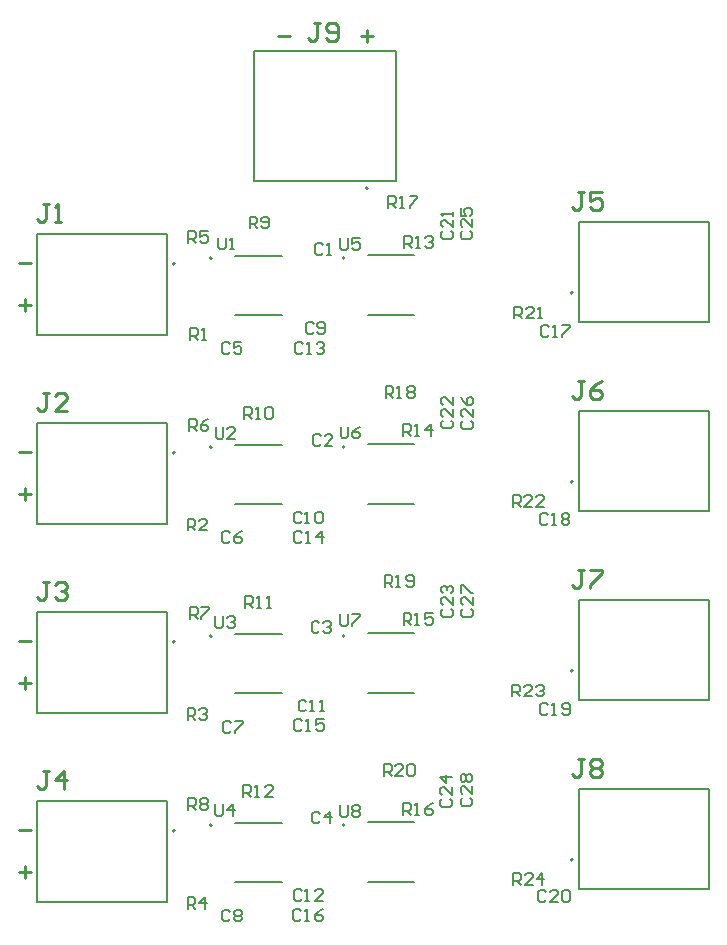
<source format=gbr>
G04*
G04 #@! TF.GenerationSoftware,Altium Limited,Altium Designer,25.1.2 (22)*
G04*
G04 Layer_Color=65535*
%FSLAX25Y25*%
%MOIN*%
G70*
G04*
G04 #@! TF.SameCoordinates,F9270A21-815C-4611-AB15-1A1B74E7ADE5*
G04*
G04*
G04 #@! TF.FilePolarity,Positive*
G04*
G01*
G75*
%ADD10C,0.00787*%
%ADD11C,0.00500*%
%ADD12C,0.00709*%
%ADD13C,0.01000*%
D10*
X118209Y279134D02*
G03*
X118209Y279134I-394J0D01*
G01*
X110472Y192933D02*
G03*
X110472Y192933I-394J0D01*
G01*
X66260Y66811D02*
G03*
X66260Y66811I-394J0D01*
G01*
Y129803D02*
G03*
X66260Y129803I-394J0D01*
G01*
X110472Y129941D02*
G03*
X110472Y129941I-394J0D01*
G01*
X66260Y192795D02*
G03*
X66260Y192795I-394J0D01*
G01*
X110472Y66949D02*
G03*
X110472Y66949I-394J0D01*
G01*
X53937Y190945D02*
G03*
X53937Y190945I-394J0D01*
G01*
Y253937D02*
G03*
X53937Y253937I-394J0D01*
G01*
X110472Y255925D02*
G03*
X110472Y255925I-394J0D01*
G01*
X66260Y255787D02*
G03*
X66260Y255787I-394J0D01*
G01*
X186614Y244291D02*
G03*
X186614Y244291I-394J0D01*
G01*
Y181299D02*
G03*
X186614Y181299I-394J0D01*
G01*
X53937Y127953D02*
G03*
X53937Y127953I-394J0D01*
G01*
X186614Y118307D02*
G03*
X186614Y118307I-394J0D01*
G01*
X53937Y64961D02*
G03*
X53937Y64961I-394J0D01*
G01*
X186614Y55315D02*
G03*
X186614Y55315I-394J0D01*
G01*
D11*
X127657Y281496D02*
Y324803D01*
X80413Y281496D02*
X127657D01*
X80413D02*
Y324803D01*
X127657D01*
X118307Y173917D02*
X133661D01*
X118307Y193799D02*
X133661D01*
X74094Y47795D02*
X89449D01*
X74094Y67677D02*
X89449D01*
X74094Y110787D02*
X89449D01*
X74094Y130669D02*
X89449D01*
X118307Y110925D02*
X133661D01*
X118307Y130807D02*
X133661D01*
X74094Y173779D02*
X89449D01*
X74094Y193661D02*
X89449D01*
X118307Y47933D02*
X133661D01*
X118307Y67815D02*
X133661D01*
X7874Y200787D02*
X51181D01*
Y167323D02*
Y200787D01*
X7874Y167323D02*
X51181D01*
X7874D02*
Y200787D01*
Y263779D02*
X51181D01*
Y230315D02*
Y263779D01*
X7874Y230315D02*
X51181D01*
X7874D02*
Y263779D01*
X118307Y236910D02*
X133661D01*
X118307Y256791D02*
X133661D01*
X74094Y236772D02*
X89449D01*
X74094Y256653D02*
X89449D01*
X188583Y234449D02*
X231890D01*
X188583D02*
Y267913D01*
X231890D01*
Y234449D02*
Y267913D01*
X188583Y171457D02*
X231890D01*
X188583D02*
Y204921D01*
X231890D01*
Y171457D02*
Y204921D01*
X7874Y137795D02*
X51181D01*
Y104331D02*
Y137795D01*
X7874Y104331D02*
X51181D01*
X7874D02*
Y137795D01*
X188583Y108465D02*
X231890D01*
X188583D02*
Y141929D01*
X231890D01*
Y108465D02*
Y141929D01*
X7874Y74803D02*
X51181D01*
Y41339D02*
Y74803D01*
X7874Y41339D02*
X51181D01*
X7874D02*
Y74803D01*
X188583Y45472D02*
X231890D01*
X188583D02*
Y78937D01*
X231890D01*
Y45472D02*
Y78937D01*
D12*
X167062Y235729D02*
Y239665D01*
X169030D01*
X169686Y239009D01*
Y237697D01*
X169030Y237041D01*
X167062D01*
X168374D02*
X169686Y235729D01*
X173621D02*
X170998D01*
X173621Y238353D01*
Y239009D01*
X172966Y239665D01*
X171654D01*
X170998Y239009D01*
X174933Y235729D02*
X176245D01*
X175589D01*
Y239665D01*
X174933Y239009D01*
X109122Y199704D02*
Y196424D01*
X109778Y195768D01*
X111090D01*
X111746Y196424D01*
Y199704D01*
X115681D02*
X114369Y199048D01*
X113057Y197736D01*
Y196424D01*
X113714Y195768D01*
X115025D01*
X115681Y196424D01*
Y197080D01*
X115025Y197736D01*
X113057D01*
X177691Y44422D02*
X177035Y45078D01*
X175723D01*
X175067Y44422D01*
Y41798D01*
X175723Y41142D01*
X177035D01*
X177691Y41798D01*
X181627Y41142D02*
X179003D01*
X181627Y43766D01*
Y44422D01*
X180971Y45078D01*
X179659D01*
X179003Y44422D01*
X182939D02*
X183595Y45078D01*
X184907D01*
X185563Y44422D01*
Y41798D01*
X184907Y41142D01*
X183595D01*
X182939Y41798D01*
Y44422D01*
X123493Y83268D02*
Y87204D01*
X125460D01*
X126116Y86548D01*
Y85236D01*
X125460Y84580D01*
X123493D01*
X124804D02*
X126116Y83268D01*
X130052D02*
X127428D01*
X130052Y85892D01*
Y86548D01*
X129396Y87204D01*
X128084D01*
X127428Y86548D01*
X131364D02*
X132020Y87204D01*
X133332D01*
X133988Y86548D01*
Y83924D01*
X133332Y83268D01*
X132020D01*
X131364Y83924D01*
Y86548D01*
X102297Y70702D02*
X101641Y71358D01*
X100329D01*
X99673Y70702D01*
Y68078D01*
X100329Y67422D01*
X101641D01*
X102297Y68078D01*
X105577Y67422D02*
Y71358D01*
X103609Y69390D01*
X106233D01*
X76675Y76379D02*
Y80314D01*
X78643D01*
X79299Y79658D01*
Y78347D01*
X78643Y77691D01*
X76675D01*
X77987D02*
X79299Y76379D01*
X80611D02*
X81923D01*
X81266D01*
Y80314D01*
X80611Y79658D01*
X86514Y76379D02*
X83890D01*
X86514Y79002D01*
Y79658D01*
X85858Y80314D01*
X84546D01*
X83890Y79658D01*
X67291Y73720D02*
Y70440D01*
X67947Y69784D01*
X69259D01*
X69915Y70440D01*
Y73720D01*
X73195Y69784D02*
Y73720D01*
X71227Y71752D01*
X73851D01*
X58827Y135532D02*
Y139468D01*
X60794D01*
X61450Y138812D01*
Y137500D01*
X60794Y136844D01*
X58827D01*
X60138D02*
X61450Y135532D01*
X62762Y139468D02*
X65386D01*
Y138812D01*
X62762Y136188D01*
Y135532D01*
X67390Y136614D02*
Y133334D01*
X68046Y132678D01*
X69357D01*
X70013Y133334D01*
Y136614D01*
X71325Y135958D02*
X71981Y136614D01*
X73293D01*
X73949Y135958D01*
Y135302D01*
X73293Y134646D01*
X72637D01*
X73293D01*
X73949Y133990D01*
Y133334D01*
X73293Y132678D01*
X71981D01*
X71325Y133334D01*
X77331Y139371D02*
Y143306D01*
X79299D01*
X79955Y142650D01*
Y141339D01*
X79299Y140683D01*
X77331D01*
X78643D02*
X79955Y139371D01*
X81266D02*
X82578D01*
X81923D01*
Y143306D01*
X81266Y142650D01*
X84546Y139371D02*
X85858D01*
X85202D01*
Y143306D01*
X84546Y142650D01*
X102100Y134186D02*
X101444Y134842D01*
X100132D01*
X99476Y134186D01*
Y131562D01*
X100132Y130906D01*
X101444D01*
X102100Y131562D01*
X103412Y134186D02*
X104068Y134842D01*
X105380D01*
X106036Y134186D01*
Y133530D01*
X105380Y132874D01*
X104724D01*
X105380D01*
X106036Y132218D01*
Y131562D01*
X105380Y130906D01*
X104068D01*
X103412Y131562D01*
X109023Y137204D02*
Y133924D01*
X109679Y133268D01*
X110991D01*
X111647Y133924D01*
Y137204D01*
X112959D02*
X115583D01*
Y136548D01*
X112959Y133924D01*
Y133268D01*
X130120Y133465D02*
Y137401D01*
X132088D01*
X132744Y136745D01*
Y135433D01*
X132088Y134777D01*
X130120D01*
X131432D02*
X132744Y133465D01*
X134055D02*
X135367D01*
X134711D01*
Y137401D01*
X134055Y136745D01*
X139959Y137401D02*
X137335D01*
Y135433D01*
X138647Y136089D01*
X139303D01*
X139959Y135433D01*
Y134121D01*
X139303Y133465D01*
X137991D01*
X137335Y134121D01*
X123820Y146359D02*
Y150295D01*
X125788D01*
X126444Y149639D01*
Y148327D01*
X125788Y147671D01*
X123820D01*
X125132D02*
X126444Y146359D01*
X127756D02*
X129068D01*
X128412D01*
Y150295D01*
X127756Y149639D01*
X131036Y147015D02*
X131692Y146359D01*
X133004D01*
X133660Y147015D01*
Y149639D01*
X133004Y150295D01*
X131692D01*
X131036Y149639D01*
Y148983D01*
X131692Y148327D01*
X133660D01*
X76872Y202264D02*
Y206200D01*
X78839D01*
X79496Y205544D01*
Y204232D01*
X78839Y203576D01*
X76872D01*
X78184D02*
X79496Y202264D01*
X80807D02*
X82119D01*
X81463D01*
Y206200D01*
X80807Y205544D01*
X84087D02*
X84743Y206200D01*
X86055D01*
X86711Y205544D01*
Y202920D01*
X86055Y202264D01*
X84743D01*
X84087Y202920D01*
Y205544D01*
X58531Y198131D02*
Y202066D01*
X60499D01*
X61155Y201410D01*
Y200098D01*
X60499Y199443D01*
X58531D01*
X59843D02*
X61155Y198131D01*
X65091Y202066D02*
X63779Y201410D01*
X62467Y200098D01*
Y198786D01*
X63123Y198131D01*
X64435D01*
X65091Y198786D01*
Y199443D01*
X64435Y200098D01*
X62467D01*
X67488Y199606D02*
Y196326D01*
X68144Y195670D01*
X69456D01*
X70112Y196326D01*
Y199606D01*
X74047Y195670D02*
X71424D01*
X74047Y198294D01*
Y198950D01*
X73391Y199606D01*
X72080D01*
X71424Y198950D01*
X102494Y196588D02*
X101838Y197243D01*
X100526D01*
X99870Y196588D01*
Y193964D01*
X100526Y193308D01*
X101838D01*
X102494Y193964D01*
X106429Y193308D02*
X103806D01*
X106429Y195931D01*
Y196588D01*
X105773Y197243D01*
X104462D01*
X103806Y196588D01*
X130021Y196556D02*
Y200491D01*
X131989D01*
X132645Y199836D01*
Y198524D01*
X131989Y197868D01*
X130021D01*
X131333D02*
X132645Y196556D01*
X133957D02*
X135269D01*
X134613D01*
Y200491D01*
X133957Y199836D01*
X139205Y196556D02*
Y200491D01*
X137237Y198524D01*
X139861D01*
X124116Y209154D02*
Y213090D01*
X126084D01*
X126740Y212434D01*
Y211122D01*
X126084Y210466D01*
X124116D01*
X125428D02*
X126740Y209154D01*
X128051D02*
X129363D01*
X128708D01*
Y213090D01*
X128051Y212434D01*
X131331D02*
X131987Y213090D01*
X133299D01*
X133955Y212434D01*
Y211778D01*
X133299Y211122D01*
X133955Y210466D01*
Y209810D01*
X133299Y209154D01*
X131987D01*
X131331Y209810D01*
Y210466D01*
X131987Y211122D01*
X131331Y211778D01*
Y212434D01*
X131987Y211122D02*
X133299D01*
X178216Y170111D02*
X177560Y170767D01*
X176248D01*
X175592Y170111D01*
Y167487D01*
X176248Y166831D01*
X177560D01*
X178216Y167487D01*
X179528Y166831D02*
X180840D01*
X180184D01*
Y170767D01*
X179528Y170111D01*
X182808D02*
X183464Y170767D01*
X184775D01*
X185432Y170111D01*
Y169455D01*
X184775Y168799D01*
X185432Y168143D01*
Y167487D01*
X184775Y166831D01*
X183464D01*
X182808Y167487D01*
Y168143D01*
X183464Y168799D01*
X182808Y169455D01*
Y170111D01*
X183464Y168799D02*
X184775D01*
X78807Y265749D02*
Y269684D01*
X80775D01*
X81431Y269028D01*
Y267717D01*
X80775Y267061D01*
X78807D01*
X80119D02*
X81431Y265749D01*
X82743Y266405D02*
X83398Y265749D01*
X84710D01*
X85366Y266405D01*
Y269028D01*
X84710Y269684D01*
X83398D01*
X82743Y269028D01*
Y268373D01*
X83398Y267717D01*
X85366D01*
X142979Y75526D02*
X142324Y74870D01*
Y73558D01*
X142979Y72902D01*
X145603D01*
X146259Y73558D01*
Y74870D01*
X145603Y75526D01*
X146259Y79461D02*
Y76838D01*
X143635Y79461D01*
X142979D01*
X142324Y78806D01*
Y77494D01*
X142979Y76838D01*
X146259Y82741D02*
X142324D01*
X144291Y80773D01*
Y83397D01*
X149771Y75920D02*
X149115Y75264D01*
Y73952D01*
X149771Y73296D01*
X152395D01*
X153050Y73952D01*
Y75264D01*
X152395Y75920D01*
X153050Y79855D02*
Y77231D01*
X150427Y79855D01*
X149771D01*
X149115Y79199D01*
Y77887D01*
X149771Y77231D01*
Y81167D02*
X149115Y81823D01*
Y83135D01*
X149771Y83791D01*
X150427D01*
X151083Y83135D01*
X151739Y83791D01*
X152395D01*
X153050Y83135D01*
Y81823D01*
X152395Y81167D01*
X151739D01*
X151083Y81823D01*
X150427Y81167D01*
X149771D01*
X151083Y81823D02*
Y83135D01*
X178314Y106922D02*
X177658Y107578D01*
X176347D01*
X175691Y106922D01*
Y104298D01*
X176347Y103642D01*
X177658D01*
X178314Y104298D01*
X179626Y103642D02*
X180938D01*
X180282D01*
Y107578D01*
X179626Y106922D01*
X182906Y104298D02*
X183562Y103642D01*
X184874D01*
X185530Y104298D01*
Y106922D01*
X184874Y107578D01*
X183562D01*
X182906Y106922D01*
Y106266D01*
X183562Y105610D01*
X185530D01*
X166603Y47048D02*
Y50984D01*
X168571D01*
X169227Y50328D01*
Y49016D01*
X168571Y48360D01*
X166603D01*
X167915D02*
X169227Y47048D01*
X173162D02*
X170538D01*
X173162Y49672D01*
Y50328D01*
X172506Y50984D01*
X171195D01*
X170538Y50328D01*
X176442Y47048D02*
Y50984D01*
X174474Y49016D01*
X177098D01*
X130021Y70276D02*
Y74212D01*
X131989D01*
X132645Y73556D01*
Y72244D01*
X131989Y71588D01*
X130021D01*
X131333D02*
X132645Y70276D01*
X133957D02*
X135269D01*
X134613D01*
Y74212D01*
X133957Y73556D01*
X139861Y74212D02*
X138549Y73556D01*
X137237Y72244D01*
Y70932D01*
X137893Y70276D01*
X139205D01*
X139861Y70932D01*
Y71588D01*
X139205Y72244D01*
X137237D01*
X109023Y73425D02*
Y70145D01*
X109679Y69489D01*
X110991D01*
X111647Y70145D01*
Y73425D01*
X112959Y72769D02*
X113615Y73425D01*
X114927D01*
X115583Y72769D01*
Y72113D01*
X114927Y71457D01*
X115583Y70801D01*
Y70145D01*
X114927Y69489D01*
X113615D01*
X112959Y70145D01*
Y70801D01*
X113615Y71457D01*
X112959Y72113D01*
Y72769D01*
X113615Y71457D02*
X114927D01*
X96031Y38221D02*
X95375Y38877D01*
X94063D01*
X93407Y38221D01*
Y35598D01*
X94063Y34942D01*
X95375D01*
X96031Y35598D01*
X97343Y34942D02*
X98655D01*
X97999D01*
Y38877D01*
X97343Y38221D01*
X103246Y38877D02*
X101935Y38221D01*
X100623Y36909D01*
Y35598D01*
X101279Y34942D01*
X102591D01*
X103246Y35598D01*
Y36253D01*
X102591Y36909D01*
X100623D01*
X96129Y44914D02*
X95473Y45570D01*
X94161D01*
X93506Y44914D01*
Y42290D01*
X94161Y41635D01*
X95473D01*
X96129Y42290D01*
X97441Y41635D02*
X98753D01*
X98097D01*
Y45570D01*
X97441Y44914D01*
X103345Y41635D02*
X100721D01*
X103345Y44258D01*
Y44914D01*
X102689Y45570D01*
X101377D01*
X100721Y44914D01*
X72277Y38025D02*
X71621Y38680D01*
X70309D01*
X69653Y38025D01*
Y35401D01*
X70309Y34745D01*
X71621D01*
X72277Y35401D01*
X73589Y38025D02*
X74245Y38680D01*
X75557D01*
X76213Y38025D01*
Y37369D01*
X75557Y36713D01*
X76213Y36057D01*
Y35401D01*
X75557Y34745D01*
X74245D01*
X73589Y35401D01*
Y36057D01*
X74245Y36713D01*
X73589Y37369D01*
Y38025D01*
X74245Y36713D02*
X75557D01*
X58138Y38977D02*
Y42913D01*
X60105D01*
X60761Y42257D01*
Y40945D01*
X60105Y40289D01*
X58138D01*
X59449D02*
X60761Y38977D01*
X64041D02*
Y42913D01*
X62073Y40945D01*
X64697D01*
X58236Y71949D02*
Y75885D01*
X60204D01*
X60860Y75229D01*
Y73917D01*
X60204Y73261D01*
X58236D01*
X59548D02*
X60860Y71949D01*
X62172Y75229D02*
X62828Y75885D01*
X64140D01*
X64796Y75229D01*
Y74573D01*
X64140Y73917D01*
X64796Y73261D01*
Y72605D01*
X64140Y71949D01*
X62828D01*
X62172Y72605D01*
Y73261D01*
X62828Y73917D01*
X62172Y74573D01*
Y75229D01*
X62828Y73917D02*
X64140D01*
X166406Y109745D02*
Y113681D01*
X168374D01*
X169030Y113024D01*
Y111713D01*
X168374Y111057D01*
X166406D01*
X167718D02*
X169030Y109745D01*
X172966D02*
X170342D01*
X172966Y112369D01*
Y113024D01*
X172310Y113681D01*
X170998D01*
X170342Y113024D01*
X174277D02*
X174933Y113681D01*
X176245D01*
X176901Y113024D01*
Y112369D01*
X176245Y111713D01*
X175589D01*
X176245D01*
X176901Y111057D01*
Y110401D01*
X176245Y109745D01*
X174933D01*
X174277Y110401D01*
X149968Y138912D02*
X149312Y138256D01*
Y136944D01*
X149968Y136288D01*
X152591D01*
X153247Y136944D01*
Y138256D01*
X152591Y138912D01*
X153247Y142847D02*
Y140224D01*
X150624Y142847D01*
X149968D01*
X149312Y142191D01*
Y140879D01*
X149968Y140224D01*
X149312Y144159D02*
Y146783D01*
X149968D01*
X152591Y144159D01*
X153247D01*
X143275Y138813D02*
X142619Y138157D01*
Y136845D01*
X143275Y136189D01*
X145898D01*
X146555Y136845D01*
Y138157D01*
X145898Y138813D01*
X146555Y142749D02*
Y140125D01*
X143931Y142749D01*
X143275D01*
X142619Y142093D01*
Y140781D01*
X143275Y140125D01*
Y144061D02*
X142619Y144717D01*
Y146029D01*
X143275Y146685D01*
X143931D01*
X144587Y146029D01*
Y145373D01*
Y146029D01*
X145243Y146685D01*
X145898D01*
X146555Y146029D01*
Y144717D01*
X145898Y144061D01*
X96326Y101410D02*
X95670Y102066D01*
X94358D01*
X93702Y101410D01*
Y98786D01*
X94358Y98131D01*
X95670D01*
X96326Y98786D01*
X97638Y98131D02*
X98950D01*
X98294D01*
Y102066D01*
X97638Y101410D01*
X103542Y102066D02*
X100918D01*
Y100098D01*
X102230Y100754D01*
X102886D01*
X103542Y100098D01*
Y98786D01*
X102886Y98131D01*
X101574D01*
X100918Y98786D01*
X97770Y108005D02*
X97114Y108661D01*
X95802D01*
X95146Y108005D01*
Y105381D01*
X95802Y104725D01*
X97114D01*
X97770Y105381D01*
X99081Y104725D02*
X100393D01*
X99737D01*
Y108661D01*
X99081Y108005D01*
X102361Y104725D02*
X103673D01*
X103017D01*
Y108661D01*
X102361Y108005D01*
X72671Y100918D02*
X72015Y101574D01*
X70703D01*
X70047Y100918D01*
Y98294D01*
X70703Y97638D01*
X72015D01*
X72671Y98294D01*
X73983Y101574D02*
X76607D01*
Y100918D01*
X73983Y98294D01*
Y97638D01*
X58138Y101969D02*
Y105905D01*
X60105D01*
X60761Y105249D01*
Y103937D01*
X60105Y103281D01*
X58138D01*
X59449D02*
X60761Y101969D01*
X62073Y105249D02*
X62729Y105905D01*
X64041D01*
X64697Y105249D01*
Y104593D01*
X64041Y103937D01*
X63385D01*
X64041D01*
X64697Y103281D01*
Y102625D01*
X64041Y101969D01*
X62729D01*
X62073Y102625D01*
X166504Y172835D02*
Y176771D01*
X168472D01*
X169128Y176115D01*
Y174803D01*
X168472Y174147D01*
X166504D01*
X167816D02*
X169128Y172835D01*
X173064D02*
X170440D01*
X173064Y175459D01*
Y176115D01*
X172408Y176771D01*
X171096D01*
X170440Y176115D01*
X177000Y172835D02*
X174376D01*
X177000Y175459D01*
Y176115D01*
X176344Y176771D01*
X175032D01*
X174376Y176115D01*
X150066Y201608D02*
X149410Y200953D01*
Y199641D01*
X150066Y198985D01*
X152690D01*
X153346Y199641D01*
Y200953D01*
X152690Y201608D01*
X153346Y205544D02*
Y202920D01*
X150722Y205544D01*
X150066D01*
X149410Y204888D01*
Y203576D01*
X150066Y202920D01*
X149410Y209480D02*
X150066Y208168D01*
X151378Y206856D01*
X152690D01*
X153346Y207512D01*
Y208824D01*
X152690Y209480D01*
X152034D01*
X151378Y208824D01*
Y206856D01*
X143275Y201707D02*
X142619Y201051D01*
Y199739D01*
X143275Y199083D01*
X145898D01*
X146555Y199739D01*
Y201051D01*
X145898Y201707D01*
X146555Y205643D02*
Y203019D01*
X143931Y205643D01*
X143275D01*
X142619Y204987D01*
Y203675D01*
X143275Y203019D01*
X146555Y209578D02*
Y206955D01*
X143931Y209578D01*
X143275D01*
X142619Y208922D01*
Y207611D01*
X143275Y206955D01*
X96326Y164304D02*
X95670Y164960D01*
X94358D01*
X93702Y164304D01*
Y161680D01*
X94358Y161024D01*
X95670D01*
X96326Y161680D01*
X97638Y161024D02*
X98950D01*
X98294D01*
Y164960D01*
X97638Y164304D01*
X102886Y161024D02*
Y164960D01*
X100918Y162992D01*
X103542D01*
X96129Y170702D02*
X95473Y171358D01*
X94161D01*
X93506Y170702D01*
Y168078D01*
X94161Y167422D01*
X95473D01*
X96129Y168078D01*
X97441Y167422D02*
X98753D01*
X98097D01*
Y171358D01*
X97441Y170702D01*
X100721D02*
X101377Y171358D01*
X102689D01*
X103345Y170702D01*
Y168078D01*
X102689Y167422D01*
X101377D01*
X100721Y168078D01*
Y170702D01*
X72376Y164206D02*
X71720Y164862D01*
X70408D01*
X69752Y164206D01*
Y161582D01*
X70408Y160926D01*
X71720D01*
X72376Y161582D01*
X76311Y164862D02*
X74999Y164206D01*
X73687Y162894D01*
Y161582D01*
X74343Y160926D01*
X75655D01*
X76311Y161582D01*
Y162238D01*
X75655Y162894D01*
X73687D01*
X58138Y165060D02*
Y168995D01*
X60105D01*
X60761Y168340D01*
Y167028D01*
X60105Y166372D01*
X58138D01*
X59449D02*
X60761Y165060D01*
X64697D02*
X62073D01*
X64697Y167683D01*
Y168340D01*
X64041Y168995D01*
X62729D01*
X62073Y168340D01*
X58334Y260926D02*
Y264862D01*
X60302D01*
X60958Y264206D01*
Y262894D01*
X60302Y262238D01*
X58334D01*
X59646D02*
X60958Y260926D01*
X64894Y264862D02*
X62270D01*
Y262894D01*
X63582Y263550D01*
X64238D01*
X64894Y262894D01*
Y261582D01*
X64238Y260926D01*
X62926D01*
X62270Y261582D01*
X109023Y262598D02*
Y259318D01*
X109679Y258662D01*
X110991D01*
X111647Y259318D01*
Y262598D01*
X115583D02*
X112959D01*
Y260630D01*
X114271Y261286D01*
X114927D01*
X115583Y260630D01*
Y259318D01*
X114927Y258662D01*
X113615D01*
X112959Y259318D01*
X130218Y259253D02*
Y263188D01*
X132186D01*
X132842Y262532D01*
Y261221D01*
X132186Y260564D01*
X130218D01*
X131530D02*
X132842Y259253D01*
X134154D02*
X135466D01*
X134810D01*
Y263188D01*
X134154Y262532D01*
X137434D02*
X138090Y263188D01*
X139401D01*
X140058Y262532D01*
Y261876D01*
X139401Y261221D01*
X138746D01*
X139401D01*
X140058Y260564D01*
Y259909D01*
X139401Y259253D01*
X138090D01*
X137434Y259909D01*
X124903Y272638D02*
Y276574D01*
X126871D01*
X127527Y275918D01*
Y274606D01*
X126871Y273950D01*
X124903D01*
X126215D02*
X127527Y272638D01*
X128839D02*
X130151D01*
X129495D01*
Y276574D01*
X128839Y275918D01*
X132119Y276574D02*
X134742D01*
Y275918D01*
X132119Y273294D01*
Y272638D01*
X178511Y232906D02*
X177855Y233562D01*
X176543D01*
X175887Y232906D01*
Y230283D01*
X176543Y229627D01*
X177855D01*
X178511Y230283D01*
X179823Y229627D02*
X181135D01*
X180479D01*
Y233562D01*
X179823Y232906D01*
X183103Y233562D02*
X185727D01*
Y232906D01*
X183103Y230283D01*
Y229627D01*
X149771Y264797D02*
X149115Y264142D01*
Y262830D01*
X149771Y262174D01*
X152395D01*
X153050Y262830D01*
Y264142D01*
X152395Y264797D01*
X153050Y268733D02*
Y266109D01*
X150427Y268733D01*
X149771D01*
X149115Y268077D01*
Y266765D01*
X149771Y266109D01*
X149115Y272669D02*
Y270045D01*
X151083D01*
X150427Y271357D01*
Y272013D01*
X151083Y272669D01*
X152395D01*
X153050Y272013D01*
Y270701D01*
X152395Y270045D01*
X143275Y264764D02*
X142619Y264108D01*
Y262796D01*
X143275Y262141D01*
X145898D01*
X146555Y262796D01*
Y264108D01*
X145898Y264764D01*
X146555Y268700D02*
Y266076D01*
X143931Y268700D01*
X143275D01*
X142619Y268044D01*
Y266732D01*
X143275Y266076D01*
X146555Y270012D02*
Y271324D01*
Y270668D01*
X142619D01*
X143275Y270012D01*
X96523Y227099D02*
X95867Y227755D01*
X94555D01*
X93899Y227099D01*
Y224476D01*
X94555Y223819D01*
X95867D01*
X96523Y224476D01*
X97835Y223819D02*
X99147D01*
X98491D01*
Y227755D01*
X97835Y227099D01*
X101115D02*
X101771Y227755D01*
X103083D01*
X103739Y227099D01*
Y226443D01*
X103083Y225787D01*
X102427D01*
X103083D01*
X103739Y225131D01*
Y224476D01*
X103083Y223819D01*
X101771D01*
X101115Y224476D01*
X100131Y233891D02*
X99476Y234547D01*
X98164D01*
X97508Y233891D01*
Y231267D01*
X98164Y230611D01*
X99476D01*
X100131Y231267D01*
X101443D02*
X102099Y230611D01*
X103411D01*
X104067Y231267D01*
Y233891D01*
X103411Y234547D01*
X102099D01*
X101443Y233891D01*
Y233235D01*
X102099Y232579D01*
X104067D01*
X72179Y227296D02*
X71523Y227952D01*
X70211D01*
X69555Y227296D01*
Y224672D01*
X70211Y224016D01*
X71523D01*
X72179Y224672D01*
X76114Y227952D02*
X73491D01*
Y225984D01*
X74803Y226640D01*
X75459D01*
X76114Y225984D01*
Y224672D01*
X75459Y224016D01*
X74147D01*
X73491Y224672D01*
X103248Y260072D02*
X102592Y260728D01*
X101280D01*
X100624Y260072D01*
Y257448D01*
X101280Y256792D01*
X102592D01*
X103248Y257448D01*
X104560Y256792D02*
X105872D01*
X105216D01*
Y260728D01*
X104560Y260072D01*
X68439Y262696D02*
Y259416D01*
X69095Y258760D01*
X70407D01*
X71063Y259416D01*
Y262696D01*
X72375Y258760D02*
X73687D01*
X73031D01*
Y262696D01*
X72375Y262040D01*
X58990Y228642D02*
Y232578D01*
X60958D01*
X61614Y231922D01*
Y230610D01*
X60958Y229954D01*
X58990D01*
X60302D02*
X61614Y228642D01*
X62926D02*
X64238D01*
X63582D01*
Y232578D01*
X62926Y231922D01*
D13*
X120057Y330004D02*
X116059D01*
X118058Y328004D02*
Y332003D01*
X92357Y329803D02*
X88359D01*
X102150Y334101D02*
X100151D01*
X101150D01*
Y329103D01*
X100151Y328103D01*
X99151D01*
X98151Y329103D01*
X104149D02*
X105149Y328103D01*
X107148D01*
X108148Y329103D01*
Y333102D01*
X107148Y334101D01*
X105149D01*
X104149Y333102D01*
Y332102D01*
X105149Y331102D01*
X108148D01*
X1886Y51228D02*
X5884D01*
X3885Y53227D02*
Y49228D01*
X1886Y65173D02*
X5884D01*
X1886Y128165D02*
X5884D01*
X1886Y114220D02*
X5884D01*
X3885Y116219D02*
Y112221D01*
X1886Y254150D02*
X5884D01*
X1886Y240204D02*
X5884D01*
X3885Y242203D02*
Y238205D01*
X1886Y177212D02*
X5884D01*
X3885Y179211D02*
Y175213D01*
X1886Y191157D02*
X5884D01*
X11799Y210865D02*
X9799D01*
X10799D01*
Y205867D01*
X9799Y204867D01*
X8800D01*
X7800Y205867D01*
X17797Y204867D02*
X13798D01*
X17797Y208866D01*
Y209865D01*
X16797Y210865D01*
X14798D01*
X13798Y209865D01*
X11799Y273895D02*
X9799D01*
X10799D01*
Y268897D01*
X9799Y267897D01*
X8800D01*
X7800Y268897D01*
X13798Y267897D02*
X15797D01*
X14798D01*
Y273895D01*
X13798Y272895D01*
X190399Y277995D02*
X188399D01*
X189399D01*
Y272996D01*
X188399Y271997D01*
X187400D01*
X186400Y272996D01*
X196397Y277995D02*
X192398D01*
Y274996D01*
X194397Y275996D01*
X195397D01*
X196397Y274996D01*
Y272996D01*
X195397Y271997D01*
X193398D01*
X192398Y272996D01*
X190399Y214995D02*
X188399D01*
X189399D01*
Y209997D01*
X188399Y208997D01*
X187400D01*
X186400Y209997D01*
X196397Y214995D02*
X194397Y213995D01*
X192398Y211996D01*
Y209997D01*
X193398Y208997D01*
X195397D01*
X196397Y209997D01*
Y210996D01*
X195397Y211996D01*
X192398D01*
X11799Y147895D02*
X9799D01*
X10799D01*
Y142896D01*
X9799Y141897D01*
X8800D01*
X7800Y142896D01*
X13798Y146895D02*
X14798Y147895D01*
X16797D01*
X17797Y146895D01*
Y145896D01*
X16797Y144896D01*
X15797D01*
X16797D01*
X17797Y143896D01*
Y142896D01*
X16797Y141897D01*
X14798D01*
X13798Y142896D01*
X190399Y151995D02*
X188399D01*
X189399D01*
Y146996D01*
X188399Y145997D01*
X187400D01*
X186400Y146996D01*
X192398Y151995D02*
X196397D01*
Y150995D01*
X192398Y146996D01*
Y145997D01*
X11799Y84895D02*
X9799D01*
X10799D01*
Y79896D01*
X9799Y78897D01*
X8800D01*
X7800Y79896D01*
X16797Y78897D02*
Y84895D01*
X13798Y81896D01*
X17797D01*
X190399Y88995D02*
X188399D01*
X189399D01*
Y83996D01*
X188399Y82997D01*
X187400D01*
X186400Y83996D01*
X192398Y87995D02*
X193398Y88995D01*
X195397D01*
X196397Y87995D01*
Y86996D01*
X195397Y85996D01*
X196397Y84996D01*
Y83996D01*
X195397Y82997D01*
X193398D01*
X192398Y83996D01*
Y84996D01*
X193398Y85996D01*
X192398Y86996D01*
Y87995D01*
X193398Y85996D02*
X195397D01*
M02*

</source>
